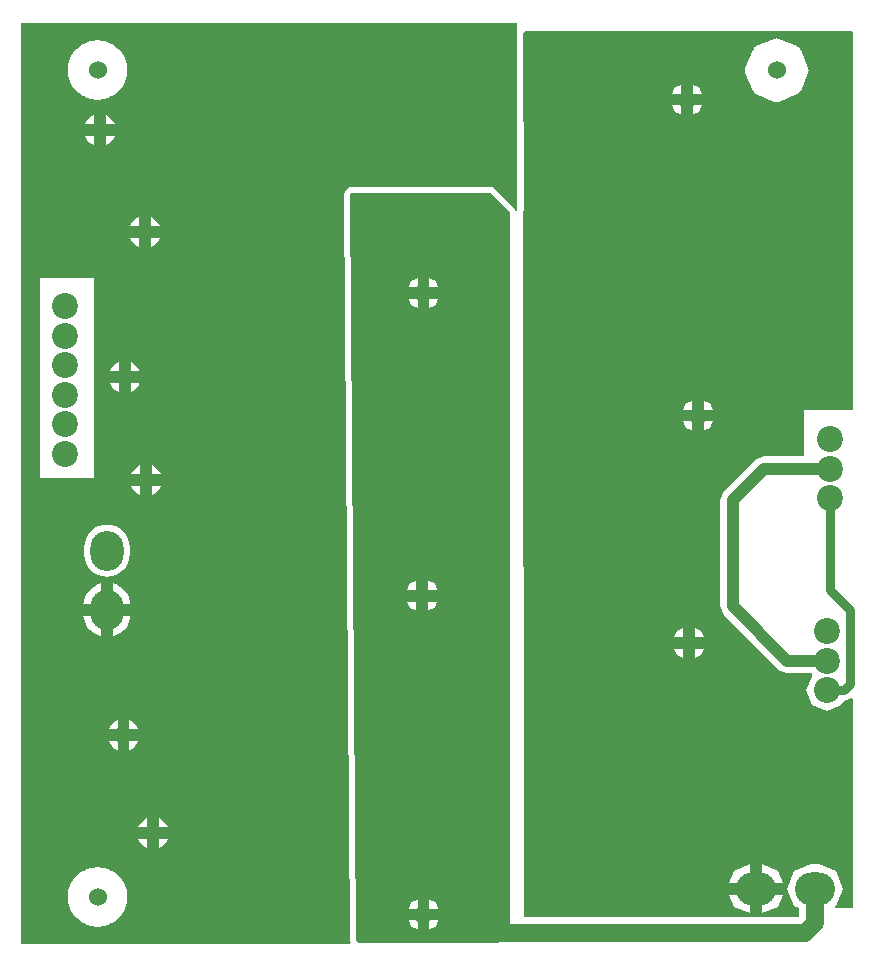
<source format=gbl>
G04 Layer_Physical_Order=2*
G04 Layer_Color=16711680*
%FSLAX44Y44*%
%MOMM*%
G71*
G01*
G75*
%ADD18C,0.7500*%
%ADD19C,1.0000*%
%ADD21C,1.5000*%
%ADD23O,3.4000X2.8000*%
%ADD24O,2.8000X3.4000*%
%ADD25C,2.2000*%
%ADD26C,1.5240*%
%ADD27C,1.5000*%
G36*
X714588Y782101D02*
Y462000D01*
X673000D01*
Y423324D01*
X639500D01*
X631846Y420154D01*
X605346Y393654D01*
X602176Y386000D01*
Y296000D01*
X605346Y288346D01*
X651346Y242346D01*
X659000Y239176D01*
X679665D01*
X679948Y238494D01*
X680192Y237500D01*
X679948Y236506D01*
X675182Y225000D01*
X680254Y212754D01*
X692500Y207682D01*
X704746Y212754D01*
X705827Y215363D01*
X707000Y215529D01*
X713318Y218146D01*
X714588Y217535D01*
Y40736D01*
X699285D01*
X699037Y41982D01*
X700042Y42398D01*
X706065Y56940D01*
X700042Y71482D01*
X685500Y77505D01*
X679500D01*
X664958Y71482D01*
X658935Y56940D01*
X664958Y42398D01*
X668970Y40736D01*
Y33104D01*
X668396Y32530D01*
X435975D01*
X435199Y629622D01*
X435484Y630049D01*
X435721Y631250D01*
X435612Y631794D01*
X435824Y632306D01*
X435630Y781540D01*
X435697Y781880D01*
X435944Y782230D01*
X436807Y782905D01*
X436900Y782934D01*
X713690Y782999D01*
X714588Y782101D01*
D02*
G37*
G36*
X430389Y782932D02*
X430315Y782562D01*
X430316Y782058D01*
X430218Y781564D01*
X430412Y632299D01*
X430174Y631098D01*
X428880Y631097D01*
X428710Y631951D01*
X427605Y633605D01*
X411605Y649605D01*
X409951Y650710D01*
X408000Y651098D01*
X289902D01*
X289891Y651096D01*
X289881Y651098D01*
X288916Y650902D01*
X287951Y650710D01*
X287942Y650704D01*
X287932Y650702D01*
X287114Y650151D01*
X286297Y649605D01*
X286291Y649596D01*
X286283Y649591D01*
X285388Y648689D01*
X285382Y648680D01*
X285374Y648675D01*
X284833Y647851D01*
X284290Y647031D01*
X284288Y647021D01*
X284282Y647012D01*
X284097Y646041D01*
X283909Y645078D01*
X283911Y645068D01*
X283909Y645058D01*
X288902Y12960D01*
X289100Y12003D01*
X289227Y11368D01*
X288672Y10378D01*
X288391Y10098D01*
X10098D01*
Y789902D01*
X430389D01*
Y782932D01*
D02*
G37*
G36*
X424000Y630000D02*
Y21000D01*
X414000Y11000D01*
X296000D01*
X294000Y13000D01*
X289007Y645098D01*
X289902Y646000D01*
X408000D01*
X424000Y630000D01*
D02*
G37*
%LPC*%
G36*
X571000Y277541D02*
X565668Y275332D01*
X563459Y270000D01*
X571000D01*
Y277541D01*
D02*
G37*
G36*
X581000D02*
Y270000D01*
X588541D01*
X586332Y275332D01*
X581000Y277541D01*
D02*
G37*
G36*
X588541Y260000D02*
X581000D01*
Y252459D01*
X586332Y254668D01*
X588541Y260000D01*
D02*
G37*
G36*
X571000D02*
X563459D01*
X565668Y254668D01*
X571000Y252459D01*
Y260000D01*
D02*
G37*
G36*
X627500Y77759D02*
X614193Y72247D01*
X609923Y61940D01*
X627500D01*
Y77759D01*
D02*
G37*
G36*
X655077Y51940D02*
X637500D01*
Y36120D01*
X650807Y41632D01*
X655077Y51940D01*
D02*
G37*
G36*
X627500D02*
X609923D01*
X614193Y41632D01*
X627500Y36120D01*
Y51940D01*
D02*
G37*
G36*
X637500Y77759D02*
Y61940D01*
X655077D01*
X650807Y72247D01*
X637500Y77759D01*
D02*
G37*
G36*
X579000Y737541D02*
Y730000D01*
X586541D01*
X584332Y735332D01*
X579000Y737541D01*
D02*
G37*
G36*
X650000Y777060D02*
X649006Y776648D01*
X647929D01*
X647929Y776648D01*
X632622Y770307D01*
X632622D01*
X631860Y769546D01*
X630866Y769134D01*
X630454Y768140D01*
X629693Y767378D01*
Y767378D01*
X623352Y752071D01*
X623352Y752071D01*
Y750994D01*
X622940Y750000D01*
X623352Y749006D01*
Y747929D01*
X623352Y747929D01*
X629693Y732622D01*
Y732622D01*
X630454Y731860D01*
X630866Y730866D01*
X631860Y730454D01*
X632622Y729693D01*
X632622D01*
X647929Y723352D01*
X647929Y723352D01*
X649006D01*
X650000Y722940D01*
X650994Y723352D01*
X652071D01*
X652071Y723352D01*
X667378Y729693D01*
X667378D01*
X668140Y730454D01*
X669134Y730866D01*
X669546Y731860D01*
X670307Y732622D01*
Y732622D01*
X676648Y747929D01*
X676648Y747929D01*
Y749006D01*
X677060Y750000D01*
X676648Y750994D01*
Y752071D01*
X676648Y752071D01*
X670307Y767378D01*
Y767378D01*
X669546Y768140D01*
X669134Y769134D01*
X668140Y769546D01*
X667378Y770307D01*
X667378D01*
X652071Y776648D01*
X652071Y776648D01*
X650994D01*
X650000Y777060D01*
D02*
G37*
G36*
X569000Y737541D02*
X563668Y735332D01*
X561459Y730000D01*
X569000D01*
Y737541D01*
D02*
G37*
G36*
Y720000D02*
X561459D01*
X563668Y714668D01*
X569000Y712459D01*
Y720000D01*
D02*
G37*
G36*
X586541D02*
X579000D01*
Y712459D01*
X584332Y714668D01*
X586541Y720000D01*
D02*
G37*
G36*
X578500Y452500D02*
X570959D01*
X573168Y447168D01*
X578500Y444959D01*
Y452500D01*
D02*
G37*
G36*
X596041D02*
X588500D01*
Y444959D01*
X593832Y447168D01*
X596041Y452500D01*
D02*
G37*
G36*
X578500Y470041D02*
X573168Y467832D01*
X570959Y462500D01*
X578500D01*
Y470041D01*
D02*
G37*
G36*
X588500D02*
Y462500D01*
X596041D01*
X593832Y467832D01*
X588500Y470041D01*
D02*
G37*
G36*
X102000Y199541D02*
Y192000D01*
X109541D01*
X108792Y193808D01*
X106628Y196628D01*
X103808Y198792D01*
X102000Y199541D01*
D02*
G37*
G36*
X92000D02*
X90192Y198792D01*
X87372Y196628D01*
X85208Y193808D01*
X84459Y192000D01*
X92000D01*
Y199541D01*
D02*
G37*
G36*
X78000Y288000D02*
X63100D01*
X63289Y286079D01*
X64433Y282309D01*
X66290Y278835D01*
X68789Y275789D01*
X71835Y273290D01*
X75309Y271433D01*
X78000Y270617D01*
Y288000D01*
D02*
G37*
G36*
X88000Y315383D02*
Y298000D01*
X102900D01*
X102711Y299921D01*
X101567Y303691D01*
X99710Y307165D01*
X97211Y310211D01*
X94165Y312710D01*
X90691Y314567D01*
X88000Y315383D01*
D02*
G37*
G36*
X78000Y315383D02*
X75309Y314567D01*
X71835Y312710D01*
X68789Y310211D01*
X66290Y307165D01*
X64433Y303691D01*
X63289Y299921D01*
X63100Y298000D01*
X78000D01*
Y315383D01*
D02*
G37*
G36*
X102900Y288000D02*
X88000D01*
Y270617D01*
X90691Y271433D01*
X94165Y273290D01*
X97211Y275789D01*
X99710Y278835D01*
X101567Y282309D01*
X102711Y286079D01*
X102900Y288000D01*
D02*
G37*
G36*
X109541Y182000D02*
X102000D01*
Y174459D01*
X103808Y175208D01*
X106628Y177372D01*
X108792Y180192D01*
X109541Y182000D01*
D02*
G37*
G36*
X117000Y116541D02*
X115192Y115792D01*
X112372Y113628D01*
X110208Y110808D01*
X109459Y109000D01*
X117000D01*
Y116541D01*
D02*
G37*
G36*
X127000D02*
Y109000D01*
X134541D01*
X133792Y110808D01*
X131628Y113628D01*
X128808Y115792D01*
X127000Y116541D01*
D02*
G37*
G36*
X92000Y182000D02*
X84459D01*
X85208Y180192D01*
X87372Y177372D01*
X90192Y175208D01*
X92000Y174459D01*
Y182000D01*
D02*
G37*
G36*
X134541Y99000D02*
X127000D01*
Y91459D01*
X128808Y92208D01*
X131628Y94372D01*
X133792Y97192D01*
X134541Y99000D01*
D02*
G37*
G36*
X75000Y75195D02*
X74752Y75145D01*
X74500Y75170D01*
X70580Y74784D01*
X70099Y74638D01*
X69599Y74589D01*
X65830Y73445D01*
X65387Y73209D01*
X64906Y73063D01*
X61432Y71206D01*
X61044Y70887D01*
X60601Y70651D01*
X57555Y68151D01*
X57237Y67763D01*
X56849Y67445D01*
X54349Y64399D01*
X54113Y63956D01*
X53794Y63568D01*
X51937Y60094D01*
X51791Y59613D01*
X51555Y59170D01*
X50411Y55401D01*
X50362Y54901D01*
X50216Y54420D01*
X49830Y50500D01*
X49879Y50000D01*
X49830Y49500D01*
X50216Y45580D01*
X50362Y45099D01*
X50411Y44599D01*
X51555Y40830D01*
X51791Y40387D01*
X51937Y39906D01*
X53794Y36432D01*
X54113Y36044D01*
X54349Y35601D01*
X56849Y32555D01*
X57237Y32237D01*
X57555Y31849D01*
X60601Y29349D01*
X61044Y29113D01*
X61432Y28794D01*
X64906Y26937D01*
X65387Y26791D01*
X65830Y26555D01*
X69599Y25411D01*
X70099Y25362D01*
X70580Y25216D01*
X74500Y24830D01*
X74752Y24855D01*
X75000Y24805D01*
X75248Y24855D01*
X75500Y24830D01*
X79420Y25216D01*
X79901Y25362D01*
X80401Y25411D01*
X84171Y26555D01*
X84613Y26791D01*
X85094Y26937D01*
X88568Y28794D01*
X88956Y29113D01*
X89399Y29349D01*
X92445Y31849D01*
X92763Y32237D01*
X93151Y32555D01*
X95651Y35601D01*
X95887Y36044D01*
X96206Y36432D01*
X98063Y39906D01*
X98209Y40387D01*
X98445Y40830D01*
X99589Y44599D01*
X99638Y45099D01*
X99784Y45580D01*
X100170Y49500D01*
X100121Y50000D01*
X100170Y50500D01*
X99784Y54420D01*
X99638Y54901D01*
X99589Y55401D01*
X98445Y59170D01*
X98209Y59613D01*
X98063Y60094D01*
X96206Y63568D01*
X95887Y63956D01*
X95651Y64399D01*
X93151Y67445D01*
X92763Y67763D01*
X92445Y68151D01*
X89399Y70651D01*
X88956Y70887D01*
X88568Y71206D01*
X85094Y73063D01*
X84613Y73209D01*
X84171Y73445D01*
X80401Y74589D01*
X79901Y74638D01*
X79420Y74784D01*
X75500Y75170D01*
X75248Y75145D01*
X75000Y75195D01*
D02*
G37*
G36*
X117000Y99000D02*
X109459D01*
X110208Y97192D01*
X112372Y94372D01*
X115192Y92208D01*
X117000Y91459D01*
Y99000D01*
D02*
G37*
G36*
X83000Y365092D02*
X79275Y364725D01*
X75694Y363639D01*
X72393Y361874D01*
X69500Y359500D01*
X67126Y356607D01*
X65361Y353306D01*
X64275Y349725D01*
X63908Y346000D01*
Y340000D01*
X64275Y336275D01*
X65361Y332694D01*
X67126Y329393D01*
X69500Y326500D01*
X72393Y324126D01*
X75694Y322361D01*
X79275Y321275D01*
X83000Y320908D01*
X86725Y321275D01*
X90306Y322361D01*
X93607Y324126D01*
X96500Y326500D01*
X98874Y329393D01*
X100639Y332694D01*
X101725Y336275D01*
X102092Y340000D01*
Y346000D01*
X101725Y349725D01*
X100639Y353306D01*
X98874Y356607D01*
X96500Y359500D01*
X93607Y361874D01*
X90306Y363639D01*
X86725Y364725D01*
X83000Y365092D01*
D02*
G37*
G36*
X120000Y625541D02*
Y618000D01*
X127541D01*
X126792Y619808D01*
X124628Y622628D01*
X121808Y624792D01*
X120000Y625541D01*
D02*
G37*
G36*
X72000Y694000D02*
X64459D01*
X65208Y692192D01*
X67372Y689372D01*
X70192Y687208D01*
X72000Y686459D01*
Y694000D01*
D02*
G37*
G36*
X89541D02*
X82000D01*
Y686459D01*
X83808Y687208D01*
X86628Y689372D01*
X88792Y692192D01*
X89541Y694000D01*
D02*
G37*
G36*
X110000Y625541D02*
X108192Y624792D01*
X105372Y622628D01*
X103208Y619808D01*
X102459Y618000D01*
X110000D01*
Y625541D01*
D02*
G37*
G36*
Y608000D02*
X102459D01*
X103208Y606192D01*
X105372Y603372D01*
X108192Y601208D01*
X110000Y600459D01*
Y608000D01*
D02*
G37*
G36*
X127541D02*
X120000D01*
Y600459D01*
X121808Y601208D01*
X124628Y603372D01*
X126792Y606192D01*
X127541Y608000D01*
D02*
G37*
G36*
X72000Y711541D02*
X70192Y710792D01*
X67372Y708628D01*
X65208Y705808D01*
X64459Y704000D01*
X72000D01*
Y711541D01*
D02*
G37*
G36*
X75000Y775195D02*
X74752Y775145D01*
X74500Y775170D01*
X70580Y774784D01*
X70099Y774638D01*
X69599Y774589D01*
X65830Y773445D01*
X65387Y773209D01*
X64906Y773063D01*
X61432Y771206D01*
X61044Y770887D01*
X60601Y770651D01*
X57555Y768151D01*
X57237Y767763D01*
X56849Y767445D01*
X54349Y764399D01*
X54113Y763957D01*
X53794Y763568D01*
X51937Y760094D01*
X51791Y759613D01*
X51555Y759171D01*
X50411Y755400D01*
X50362Y754901D01*
X50216Y754420D01*
X49830Y750500D01*
X49879Y750000D01*
X49830Y749500D01*
X50216Y745580D01*
X50362Y745099D01*
X50411Y744600D01*
X51555Y740829D01*
X51791Y740387D01*
X51937Y739906D01*
X53794Y736432D01*
X54113Y736044D01*
X54349Y735601D01*
X56849Y732555D01*
X57237Y732237D01*
X57555Y731849D01*
X60601Y729349D01*
X61044Y729113D01*
X61432Y728794D01*
X64906Y726937D01*
X65387Y726791D01*
X65830Y726555D01*
X69599Y725411D01*
X70099Y725362D01*
X70580Y725216D01*
X74500Y724830D01*
X74752Y724855D01*
X75000Y724805D01*
X75248Y724855D01*
X75500Y724830D01*
X79420Y725216D01*
X79901Y725362D01*
X80401Y725411D01*
X84171Y726555D01*
X84613Y726791D01*
X85094Y726937D01*
X88568Y728794D01*
X88956Y729113D01*
X89399Y729349D01*
X92445Y731849D01*
X92763Y732237D01*
X93151Y732555D01*
X95651Y735601D01*
X95887Y736043D01*
X96206Y736432D01*
X98063Y739906D01*
X98209Y740387D01*
X98445Y740829D01*
X99589Y744600D01*
X99638Y745099D01*
X99784Y745580D01*
X100170Y749500D01*
X100121Y750000D01*
X100170Y750500D01*
X99784Y754420D01*
X99638Y754901D01*
X99589Y755400D01*
X98445Y759171D01*
X98209Y759613D01*
X98063Y760094D01*
X96206Y763568D01*
X95887Y763956D01*
X95651Y764399D01*
X93151Y767445D01*
X92763Y767763D01*
X92445Y768151D01*
X89399Y770651D01*
X88956Y770887D01*
X88568Y771206D01*
X85094Y773063D01*
X84613Y773209D01*
X84171Y773445D01*
X80401Y774589D01*
X79901Y774638D01*
X79420Y774784D01*
X75500Y775170D01*
X75248Y775145D01*
X75000Y775195D01*
D02*
G37*
G36*
X82000Y711541D02*
Y704000D01*
X89541D01*
X88792Y705808D01*
X86628Y708628D01*
X83808Y710792D01*
X82000Y711541D01*
D02*
G37*
G36*
X121000Y415541D02*
Y408000D01*
X128541D01*
X127792Y409808D01*
X125628Y412628D01*
X122808Y414792D01*
X121000Y415541D01*
D02*
G37*
G36*
X111000D02*
X109192Y414792D01*
X106372Y412628D01*
X104208Y409808D01*
X103459Y408000D01*
X111000D01*
Y415541D01*
D02*
G37*
G36*
Y398000D02*
X103459D01*
X104208Y396192D01*
X106372Y393372D01*
X109192Y391208D01*
X111000Y390459D01*
Y398000D01*
D02*
G37*
G36*
X128541D02*
X121000D01*
Y390459D01*
X122808Y391208D01*
X125628Y393372D01*
X127792Y396192D01*
X128541Y398000D01*
D02*
G37*
G36*
X72000Y574000D02*
X26000D01*
Y405000D01*
X72000D01*
Y574000D01*
D02*
G37*
G36*
X103000Y502541D02*
Y495000D01*
X110541D01*
X109792Y496808D01*
X107628Y499628D01*
X104808Y501792D01*
X103000Y502541D01*
D02*
G37*
G36*
X93000D02*
X91192Y501792D01*
X88372Y499628D01*
X86208Y496808D01*
X85459Y495000D01*
X93000D01*
Y502541D01*
D02*
G37*
G36*
Y485000D02*
X85459D01*
X86208Y483192D01*
X88372Y480372D01*
X91192Y478208D01*
X93000Y477459D01*
Y485000D01*
D02*
G37*
G36*
X110541D02*
X103000D01*
Y477459D01*
X104808Y478208D01*
X107628Y480372D01*
X109792Y483192D01*
X110541Y485000D01*
D02*
G37*
G36*
X345000Y317541D02*
X339668Y315332D01*
X337459Y310000D01*
X345000D01*
Y317541D01*
D02*
G37*
G36*
X355000D02*
Y310000D01*
X362541D01*
X360332Y315332D01*
X355000Y317541D01*
D02*
G37*
G36*
X345000Y300000D02*
X337459D01*
X339668Y294668D01*
X345000Y292459D01*
Y300000D01*
D02*
G37*
G36*
X362541D02*
X355000D01*
Y292459D01*
X360332Y294668D01*
X362541Y300000D01*
D02*
G37*
G36*
X346000Y47541D02*
X340668Y45332D01*
X338459Y40000D01*
X346000D01*
Y47541D01*
D02*
G37*
G36*
X356000D02*
Y40000D01*
X363541D01*
X361332Y45332D01*
X356000Y47541D01*
D02*
G37*
G36*
X346000Y30000D02*
X338459D01*
X340668Y24668D01*
X346000Y22459D01*
Y30000D01*
D02*
G37*
G36*
X363541D02*
X356000D01*
Y22459D01*
X361332Y24668D01*
X363541Y30000D01*
D02*
G37*
G36*
X356000Y573541D02*
Y566000D01*
X363541D01*
X361332Y571332D01*
X356000Y573541D01*
D02*
G37*
G36*
X346000D02*
X340668Y571332D01*
X338459Y566000D01*
X346000D01*
Y573541D01*
D02*
G37*
G36*
Y556000D02*
X338459D01*
X340668Y550668D01*
X346000Y548459D01*
Y556000D01*
D02*
G37*
G36*
X363541D02*
X356000D01*
Y548459D01*
X361332Y550668D01*
X363541Y556000D01*
D02*
G37*
%LPD*%
D18*
X692500Y225000D02*
X707000D01*
X712250Y230250D01*
Y292750D01*
X695000Y310000D02*
X712250Y292750D01*
X695000Y310000D02*
Y387500D01*
D19*
X659000Y250000D02*
X692500D01*
X613000Y296000D02*
X659000Y250000D01*
X613000Y296000D02*
Y386000D01*
X639500Y412500D01*
X695000D01*
D21*
X409000Y22000D02*
X412000Y19000D01*
X674000D01*
X682500Y27500D01*
Y56940D01*
D23*
X632500D02*
D03*
X682500D02*
D03*
D24*
X83000Y343000D02*
D03*
Y293000D02*
D03*
D25*
X47500Y500000D02*
D03*
Y525000D02*
D03*
Y550000D02*
D03*
Y475000D02*
D03*
Y450000D02*
D03*
Y425000D02*
D03*
X695000Y437500D02*
D03*
Y412500D02*
D03*
Y387500D02*
D03*
X692500Y225000D02*
D03*
Y250000D02*
D03*
Y275000D02*
D03*
D26*
X75000Y750000D02*
D03*
X650000D02*
D03*
X75000Y50000D02*
D03*
D27*
X98000Y490000D02*
D03*
X122000Y104000D02*
D03*
X97000Y187000D02*
D03*
X115000Y613000D02*
D03*
X77000Y699000D02*
D03*
X116000Y403000D02*
D03*
X350000Y305000D02*
D03*
X351000Y561000D02*
D03*
Y35000D02*
D03*
X576000Y265000D02*
D03*
X583500Y457500D02*
D03*
X574000Y725000D02*
D03*
M02*

</source>
